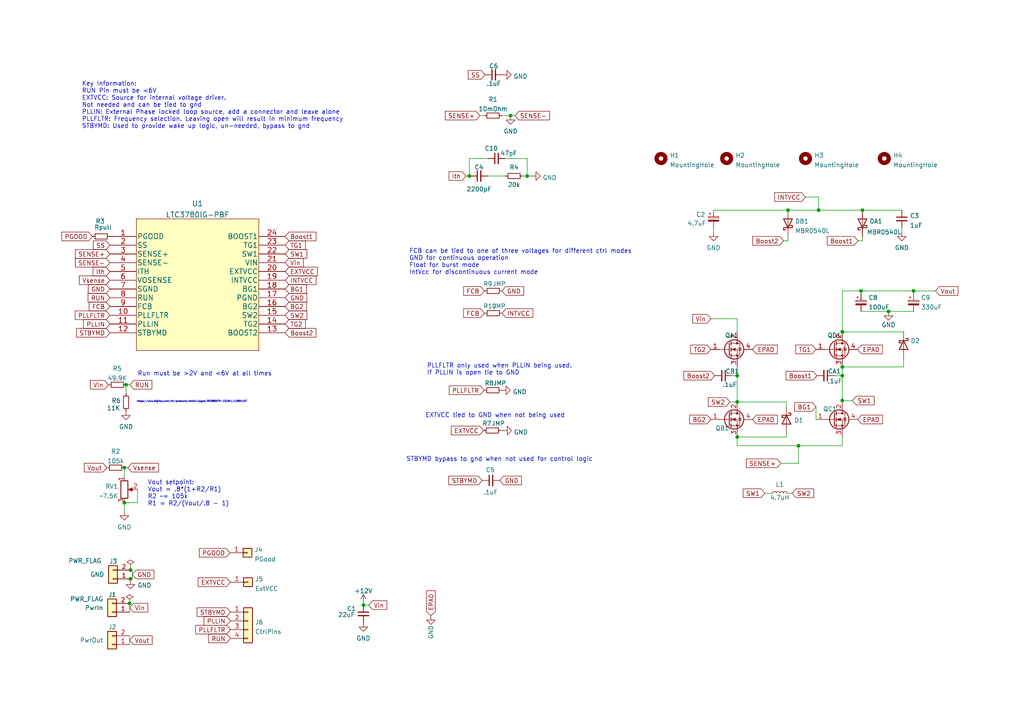
<source format=kicad_sch>
(kicad_sch (version 20211123) (generator eeschema)
  (paper "A4")
  (title_block (title "LTC3780 Audio Amplifier Voltage Regulator") (date "2022-02-27") (rev "V1.1") (company "Boost-Buck Converter for low ripple adjustable input into Audio Amplifier") (comment 1 "Rev1 Link Fets to GND plane for power dissipation"))
  (lib_symbols
    (symbol "Connector_Generic:Conn_01x01" (pin_names (offset 1.016) hide)
      (property "Reference" "J" (at 0 2.54 0))
      (property "Value" "Conn_01x01" (at 0 -2.54 0))
      (symbol "Conn_01x01_1_1"
        (rectangle (start -1.27 0.127) (end 0 -0.127) (stroke (width 0.1524)))
        (rectangle (start -1.27 1.27) (end 1.27 -1.27) (stroke (width 0.254)) (fill (type background)))
        (pin passive line (at -5.08 0 0) (length 3.81) (name "Pin_1") (number "1"))
      )
    )
    (symbol "Connector_Generic:Conn_01x02" (pin_names (offset 1.016) hide)
      (property "Reference" "J" (at 0 2.54 0))
      (property "Value" "Conn_01x02" (at 0 -5.08 0))
      (symbol "Conn_01x02_1_1"
        (rectangle (start -1.27 -2.413) (end 0 -2.667) (stroke (width 0.1524)))
        (rectangle (start -1.27 0.127) (end 0 -0.127) (stroke (width 0.1524)))
        (rectangle (start -1.27 1.27) (end 1.27 -3.81) (stroke (width 0.254)) (fill (type background)))
        (pin passive line (at -5.08 0 0) (length 3.81) (name "Pin_1") (number "1"))
        (pin passive line (at -5.08 -2.54 0) (length 3.81) (name "Pin_2") (number "2"))
      )
    )
    (symbol "Connector_Generic:Conn_01x04" (pin_names (offset 1.016) hide)
      (property "Reference" "J" (at 0 5.08 0))
      (property "Value" "Conn_01x04" (at 0 -7.62 0))
      (symbol "Conn_01x04_1_1"
        (rectangle (start -1.27 -4.953) (end 0 -5.207) (stroke (width 0.1524)))
        (rectangle (start -1.27 -2.413) (end 0 -2.667) (stroke (width 0.1524)))
        (rectangle (start -1.27 0.127) (end 0 -0.127) (stroke (width 0.1524)))
        (rectangle (start -1.27 2.667) (end 0 2.413) (stroke (width 0.1524)))
        (rectangle (start -1.27 3.81) (end 1.27 -6.35) (stroke (width 0.254)) (fill (type background)))
        (pin passive line (at -5.08 2.54 0) (length 3.81) (name "Pin_1") (number "1"))
        (pin passive line (at -5.08 0 0) (length 3.81) (name "Pin_2") (number "2"))
        (pin passive line (at -5.08 -2.54 0) (length 3.81) (name "Pin_3") (number "3"))
        (pin passive line (at -5.08 -5.08 0) (length 3.81) (name "Pin_4") (number "4"))
      )
    )
    (symbol "Custom:LTC3780IG-PBF" (pin_names (offset 0.254))
      (property "Reference" "U" (at 25.4 10.16 0))
      (property "Value" "LTC3780IG-PBF" (at 25.4 7.62 0))
      (symbol "LTC3780IG-PBF_1_1"
        (rectangle (start 7.62 5.08) (end 43.18 -33.02) (stroke (width 0.1524)) (fill (type background)))
        (rectangle (start 10.16 5.08) (end 10.16 5.08) (stroke (width 0.1524)))
        (pin output line (at 0 0 0) (length 7.62) (name "PGOOD") (number "1"))
        (pin unspecified line (at 0 -22.86 0) (length 7.62) (name "PLLFLTR") (number "10"))
        (pin input line (at 0 -25.4 0) (length 7.62) (name "PLLIN") (number "11"))
        (pin unspecified line (at 0 -27.94 0) (length 7.62) (name "STBYMD") (number "12"))
        (pin output line (at 50.8 -27.94 180) (length 7.62) (name "BOOST2") (number "13"))
        (pin output line (at 50.8 -25.4 180) (length 7.62) (name "TG2") (number "14"))
        (pin unspecified line (at 50.8 -22.86 180) (length 7.62) (name "SW2") (number "15"))
        (pin output line (at 50.8 -20.32 180) (length 7.62) (name "BG2") (number "16"))
        (pin power_in line (at 50.8 -17.78 180) (length 7.62) (name "PGND") (number "17"))
        (pin output line (at 50.8 -15.24 180) (length 7.62) (name "BG1") (number "18"))
        (pin output line (at 50.8 -12.7 180) (length 7.62) (name "INTVCC") (number "19"))
        (pin input line (at 0 -2.54 0) (length 7.62) (name "SS") (number "2"))
        (pin input line (at 50.8 -10.16 180) (length 7.62) (name "EXTVCC") (number "20"))
        (pin input line (at 50.8 -7.62 180) (length 7.62) (name "VIN") (number "21"))
        (pin unspecified line (at 50.8 -5.08 180) (length 7.62) (name "SW1") (number "22"))
        (pin output line (at 50.8 -2.54 180) (length 7.62) (name "TG1") (number "23"))
        (pin output line (at 50.8 0 180) (length 7.62) (name "BOOST1") (number "24"))
        (pin input line (at 0 -5.08 0) (length 7.62) (name "SENSE+") (number "3"))
        (pin input line (at 0 -7.62 0) (length 7.62) (name "SENSE-") (number "4"))
        (pin unspecified line (at 0 -10.16 0) (length 7.62) (name "ITH") (number "5"))
        (pin input line (at 0 -12.7 0) (length 7.62) (name "VOSENSE") (number "6"))
        (pin power_in line (at 0 -15.24 0) (length 7.62) (name "SGND") (number "7"))
        (pin input line (at 0 -17.78 0) (length 7.62) (name "RUN") (number "8"))
        (pin input line (at 0 -20.32 0) (length 7.62) (name "FCB") (number "9"))
      )
    )
    (symbol "Custom:Q_NMOS_DGS_THERMAL" (pin_names (offset 0) hide)
      (property "Reference" "QA1" (at -1.016 4.064 0))
      (symbol "Q_NMOS_DGS_THERMAL_0_1"
        (polyline (pts (xy 0.254 0) (xy -2.54 0)))
        (polyline (pts (xy 0.254 1.905) (xy 0.254 -1.905)) (stroke (width 0.254)))
        (polyline (pts (xy 0.762 -1.27) (xy 0.762 -2.286)) (stroke (width 0.254)))
        (polyline (pts (xy 0.762 0.508) (xy 0.762 -0.508)) (stroke (width 0.254)))
        (polyline (pts (xy 0.762 2.286) (xy 0.762 1.27)) (stroke (width 0.254)))
        (polyline (pts (xy 2.54 2.54) (xy 2.54 1.778)))
        (polyline (pts (xy 2.54 -2.54) (xy 2.54 0) (xy 0.762 0)))
        (polyline (pts (xy 0.762 -1.778) (xy 3.302 -1.778) (xy 3.302 1.778) (xy 0.762 1.778)))
        (polyline (pts (xy 1.016 0) (xy 2.032 0.381) (xy 2.032 -0.381) (xy 1.016 0)) (fill (type outline)))
        (polyline (pts (xy 2.794 0.508) (xy 2.921 0.381) (xy 3.683 0.381) (xy 3.81 0.254)))
        (polyline (pts (xy 3.302 0.381) (xy 2.921 -0.254) (xy 3.683 -0.254) (xy 3.302 0.381)))
        (circle (center 1.651 0) (radius 2.794) (stroke (width 0.254)))
        (circle (center 2.54 -1.778) (radius 0.254) (fill (type outline)))
        (circle (center 2.54 1.778) (radius 0.254) (fill (type outline)))
      )
      (symbol "Q_NMOS_DGS_THERMAL_1_1"
        (pin input line (at -5.08 0 0) (length 2.54) (name "G") (number "1"))
        (pin passive line (at 2.54 5.08 270) (length 2.54) (name "D") (number "2"))
        (pin passive line (at 2.54 -5.08 90) (length 2.54) (name "S") (number "3"))
        (pin passive line (at 6.985 0 180) (length 2.54) (name "EPAD") (number "4"))
      )
    )
    (symbol "Device:C_Polarized_Small" (pin_numbers hide) (pin_names (offset 0.254) hide)
      (property "Reference" "C" (at 0.254 1.778 0))
      (property "Value" "C_Polarized_Small" (at 0.254 -2.032 0))
      (symbol "C_Polarized_Small_0_1"
        (rectangle (start -1.524 -0.3048) (end 1.524 -0.6858) (fill (type outline)))
        (rectangle (start -1.524 0.6858) (end 1.524 0.3048))
        (polyline (pts (xy -1.27 1.524) (xy -0.762 1.524)))
        (polyline (pts (xy -1.016 1.27) (xy -1.016 1.778)))
      )
      (symbol "C_Polarized_Small_1_1"
        (pin passive line (at 0 2.54 270) (length 1.8542) (name "~") (number "1"))
        (pin passive line (at 0 -2.54 90) (length 1.8542) (name "~") (number "2"))
      )
    )
    (symbol "Device:C_Small" (pin_numbers hide) (pin_names (offset 0.254) hide)
      (property "Reference" "C" (at 0.254 1.778 0))
      (property "Value" "C_Small" (at 0.254 -2.032 0))
      (symbol "C_Small_0_1"
        (polyline (pts (xy -1.524 -0.508) (xy 1.524 -0.508)) (stroke (width 0.3302)))
        (polyline (pts (xy -1.524 0.508) (xy 1.524 0.508)) (stroke (width 0.3048)))
      )
      (symbol "C_Small_1_1"
        (pin passive line (at 0 2.54 270) (length 2.032) (name "~") (number "1"))
        (pin passive line (at 0 -2.54 90) (length 2.032) (name "~") (number "2"))
      )
    )
    (symbol "Device:D_Schottky" (pin_numbers hide) (pin_names (offset 1.016) hide)
      (property "Reference" "D" (at 0 2.54 0))
      (property "Value" "D_Schottky" (at 0 -2.54 0))
      (symbol "D_Schottky_0_1"
        (polyline (pts (xy 1.27 0) (xy -1.27 0)))
        (polyline (pts (xy 1.27 1.27) (xy 1.27 -1.27) (xy -1.27 0) (xy 1.27 1.27)) (stroke (width 0.254)))
        (polyline (pts (xy -1.905 0.635) (xy -1.905 1.27) (xy -1.27 1.27) (xy -1.27 -1.27) (xy -0.635 -1.27) (xy -0.635 -0.635)) (stroke (width 0.254)))
      )
      (symbol "D_Schottky_1_1"
        (pin passive line (at -3.81 0 0) (length 2.54) (name "K") (number "1"))
        (pin passive line (at 3.81 0 180) (length 2.54) (name "A") (number "2"))
      )
    )
    (symbol "Device:L_Small" (pin_numbers hide) (pin_names (offset 0.254) hide)
      (property "Reference" "L" (at 0.762 1.016 0))
      (property "Value" "L_Small" (at 0.762 -1.016 0))
      (symbol "L_Small_0_1"
        (arc (start 0 -2.032) (mid 0.508 -1.524) (end 0 -1.016))
        (arc (start 0 -1.016) (mid 0.508 -0.508) (end 0 0))
        (arc (start 0 0) (mid 0.508 0.508) (end 0 1.016))
        (arc (start 0 1.016) (mid 0.508 1.524) (end 0 2.032))
      )
      (symbol "L_Small_1_1"
        (pin passive line (at 0 2.54 270) (length 0.508) (name "~") (number "1"))
        (pin passive line (at 0 -2.54 90) (length 0.508) (name "~") (number "2"))
      )
    )
    (symbol "Device:R_Potentiometer" (pin_names (offset 1.016) hide)
      (property "Reference" "RV" (at -4.445 0 90))
      (property "Value" "R_Potentiometer" (at -2.54 0 90))
      (symbol "R_Potentiometer_0_1"
        (polyline (pts (xy 2.54 0) (xy 1.524 0)))
        (polyline (pts (xy 1.143 0) (xy 2.286 0.508) (xy 2.286 -0.508) (xy 1.143 0)) (fill (type outline)))
        (rectangle (start 1.016 2.54) (end -1.016 -2.54) (stroke (width 0.254)))
      )
      (symbol "R_Potentiometer_1_1"
        (pin passive line (at 0 3.81 270) (length 1.27) (name "1") (number "1"))
        (pin passive line (at 3.81 0 180) (length 1.27) (name "2") (number "2"))
        (pin passive line (at 0 -3.81 90) (length 1.27) (name "3") (number "3"))
      )
    )
    (symbol "Device:R_Small" (pin_numbers hide) (pin_names (offset 0.254) hide)
      (property "Reference" "R" (at 0.762 0.508 0))
      (property "Value" "R_Small" (at 0.762 -1.016 0))
      (symbol "R_Small_0_1"
        (rectangle (start -0.762 1.778) (end 0.762 -1.778) (stroke (width 0.2032)))
      )
      (symbol "R_Small_1_1"
        (pin passive line (at 0 2.54 270) (length 0.762) (name "~") (number "1"))
        (pin passive line (at 0 -2.54 90) (length 0.762) (name "~") (number "2"))
      )
    )
    (symbol "Mechanical:MountingHole" (pin_names (offset 1.016))
      (property "Reference" "H" (at 0 5.08 0))
      (property "Value" "MountingHole" (at 0 3.175 0))
      (symbol "MountingHole_0_1"
        (circle (center 0 0) (radius 1.27) (stroke (width 1.27)))
      )
    )
    (symbol "power:+12V" (power) (pin_names (offset 0))
      (property "Value" "+12V" (at 0 3.556 0))
      (symbol "+12V_0_1"
        (polyline (pts (xy -0.762 1.27) (xy 0 2.54)))
        (polyline (pts (xy 0 0) (xy 0 2.54)))
        (polyline (pts (xy 0 2.54) (xy 0.762 1.27)))
      )
      (symbol "+12V_1_1"
        (pin power_in line (at 0 0 90) (length 0) hide (name "+12V") (number "1"))
      )
    )
    (symbol "power:GND" (power) (pin_names (offset 0))
      (property "Value" "GND" (at 0 -3.81 0))
      (symbol "GND_0_1"
        (polyline (pts (xy 0 0) (xy 0 -1.27) (xy 1.27 -1.27) (xy 0 -2.54) (xy -1.27 -1.27) (xy 0 -1.27)))
      )
      (symbol "GND_1_1"
        (pin power_in line (at 0 0 270) (length 0) hide (name "GND") (number "1"))
      )
    )
    (symbol "power:PWR_FLAG" (power) (pin_numbers hide) (pin_names (offset 0) hide)
      (property "Value" "PWR_FLAG" (at 0 3.81 0))
      (symbol "PWR_FLAG_0_0"
        (pin power_out line (at 0 0 90) (length 0) (name "pwr") (number "1"))
      )
      (symbol "PWR_FLAG_0_1"
        (polyline (pts (xy 0 0) (xy 0 1.27) (xy -1.016 1.905) (xy 0 2.54) (xy 1.016 1.905) (xy 0 1.27)))
      )
    )
  )
  (junction (at 37.846 165.354))
  (junction (at 257.7084 90.3224))
  (junction (at 213.8172 126.746))
  (junction (at 152.908 51.054))
  (junction (at 213.8172 108.966))
  (junction (at 244.2972 96.266))
  (junction (at 136.144 51.054))
  (junction (at 148.082 33.528))
  (junction (at 244.2972 116.1796))
  (junction (at 237.4392 60.96))
  (junction (at 244.2972 106.426))
  (junction (at 244.348 96.266))
  (junction (at 105.41 175.514))
  (junction (at 36.068 135.636))
  (junction (at 264.9728 84.3788))
  (junction (at 36.068 145.796))
  (junction (at 213.8172 116.586))
  (junction (at 231.5972 129.286))
  (junction (at 249.7328 84.3788))
  (junction (at 228.5492 60.96))
  (junction (at 250.1392 60.96))
  (junction (at 37.846 167.894))
  (junction (at 37.592 175.006))
  (junction (at 36.5506 111.6076))
  (junction (at 244.2972 108.966))
  (wire (pts (xy 261.5692 66.04) (xy 261.5692 67.31)))
  (wire (pts (xy 262.0772 103.886) (xy 262.0772 106.426)))
  (wire (pts (xy 244.2972 96.266) (xy 244.348 96.266)))
  (wire (pts (xy 206.9592 60.96) (xy 228.5492 60.96)))
  (wire (pts (xy 206.9592 66.04) (xy 206.9592 67.31)))
  (wire (pts (xy 228.092 125.5268) (xy 228.092 126.746)))
  (wire (pts (xy 250.1392 68.58) (xy 250.1392 69.85)))
  (wire (pts (xy 213.8172 108.966) (xy 213.8172 116.586)))
  (wire (pts (xy 236.6772 118.0084) (xy 236.6772 121.666)))
  (wire (pts (xy 105.41 175.514) (xy 106.934 175.514)))
  (wire (pts (xy 231.5972 129.286) (xy 231.5972 134.366)))
  (wire (pts (xy 146.558 45.974) (xy 152.908 45.974)))
  (wire (pts (xy 249.7328 84.3788) (xy 249.7328 85.2424)))
  (wire (pts (xy 37.846 164.9476) (xy 37.846 165.354)))
  (wire (pts (xy 37.846 165.354) (xy 38.354 165.354)))
  (wire (pts (xy 152.908 51.054) (xy 154.178 51.054)))
  (wire (pts (xy 37.592 177.546) (xy 37.592 175.006)))
  (wire (pts (xy 262.0772 106.426) (xy 244.2972 106.426)))
  (wire (pts (xy 213.8172 106.426) (xy 213.8172 108.966)))
  (wire (pts (xy 136.144 45.974) (xy 136.144 51.054)))
  (wire (pts (xy 139.192 33.528) (xy 140.462 33.528)))
  (wire (pts (xy 231.5972 129.286) (xy 244.2972 129.286)))
  (wire (pts (xy 244.348 84.3788) (xy 244.348 96.266)))
  (wire (pts (xy 228.7016 143.0528) (xy 229.7176 143.0528)))
  (wire (pts (xy 212.3948 108.966) (xy 213.8172 108.966)))
  (wire (pts (xy 244.2972 106.426) (xy 244.2972 108.966)))
  (wire (pts (xy 213.8172 126.746) (xy 213.8172 129.286)))
  (wire (pts (xy 228.5492 60.96) (xy 237.4392 60.96)))
  (wire (pts (xy 38.354 165.354) (xy 38.354 167.894)))
  (wire (pts (xy 249.7328 90.3224) (xy 257.7084 90.3224)))
  (wire (pts (xy 244.2972 116.1796) (xy 244.2972 116.586)))
  (wire (pts (xy 249.7328 84.3788) (xy 264.9728 84.3788)))
  (wire (pts (xy 151.638 51.054) (xy 152.908 51.054)))
  (wire (pts (xy 244.2972 108.966) (xy 244.2972 116.1796)))
  (wire (pts (xy 39.878 141.986) (xy 39.878 145.796)))
  (wire (pts (xy 37.084 135.636) (xy 36.068 135.636)))
  (wire (pts (xy 36.068 135.636) (xy 36.068 138.176)))
  (wire (pts (xy 264.9728 85.2424) (xy 264.9728 84.3788)))
  (wire (pts (xy 37.846 168.2496) (xy 37.846 167.894)))
  (wire (pts (xy 37.846 167.894) (xy 38.354 167.894)))
  (wire (pts (xy 264.9728 84.3788) (xy 271.3228 84.3788)))
  (wire (pts (xy 141.478 51.054) (xy 146.558 51.054)))
  (wire (pts (xy 237.4392 60.96) (xy 250.1392 60.96)))
  (wire (pts (xy 244.2972 116.1796) (xy 247.2436 116.1796)))
  (wire (pts (xy 213.8172 116.586) (xy 228.092 116.586)))
  (wire (pts (xy 136.144 51.054) (xy 136.398 51.054)))
  (wire (pts (xy 228.5492 68.58) (xy 228.5492 69.85)))
  (wire (pts (xy 36.068 145.796) (xy 36.068 148.336)))
  (wire (pts (xy 37.6936 111.6076) (xy 36.5506 111.6076)))
  (wire (pts (xy 105.41 175.006) (xy 105.41 175.514)))
  (wire (pts (xy 233.6292 57.15) (xy 237.4392 57.15)))
  (wire (pts (xy 244.348 96.266) (xy 262.0772 96.266)))
  (wire (pts (xy 242.0112 108.966) (xy 244.2972 108.966)))
  (wire (pts (xy 244.2972 126.746) (xy 244.2972 129.286)))
  (wire (pts (xy 250.1392 60.96) (xy 261.5692 60.96)))
  (wire (pts (xy 228.5492 69.85) (xy 227.2792 69.85)))
  (wire (pts (xy 37.592 184.404) (xy 37.592 186.944)))
  (wire (pts (xy 213.8172 126.746) (xy 228.092 126.746)))
  (wire (pts (xy 213.8172 92.456) (xy 213.8172 96.266)))
  (wire (pts (xy 148.082 33.528) (xy 149.352 33.528)))
  (wire (pts (xy 135.128 51.054) (xy 136.144 51.054)))
  (wire (pts (xy 231.5972 134.366) (xy 226.5172 134.366)))
  (wire (pts (xy 145.3388 124.8664) (xy 145.8468 124.8664)))
  (wire (pts (xy 152.908 45.974) (xy 152.908 51.054)))
  (wire (pts (xy 250.1392 69.85) (xy 248.8692 69.85)))
  (wire (pts (xy 145.542 33.528) (xy 148.082 33.528)))
  (wire (pts (xy 221.8436 143.0528) (xy 223.6216 143.0528)))
  (wire (pts (xy 264.9728 90.3224) (xy 257.7084 90.3224)))
  (wire (pts (xy 211.7344 116.586) (xy 213.8172 116.586)))
  (wire (pts (xy 213.8172 129.286) (xy 231.5972 129.286)))
  (wire (pts (xy 228.092 116.586) (xy 228.092 117.9068)))
  (wire (pts (xy 36.5506 111.6076) (xy 36.5506 114.1476)))
  (wire (pts (xy 39.878 145.796) (xy 36.068 145.796)))
  (wire (pts (xy 237.4392 57.15) (xy 237.4392 60.96)))
  (wire (pts (xy 206.1972 92.456) (xy 213.8172 92.456)))
  (wire (pts (xy 244.348 84.3788) (xy 249.7328 84.3788)))
  (wire (pts (xy 141.478 45.974) (xy 136.144 45.974)))
  (text "Key Information:\nRUN Pin must be <6V\nEXTVCC: Source for internal voltage driver. \nNot needed and can be tied to gnd\nPLLIN: External Phase locked loop source, add a connector and leave alone\nPLLFLTR: Frequency selection. Leaving open will result in minimum frequency\nSTBYMD: Used to provide wake up logic, un-needed, bypass to gnd" (at 23.7236 37.4396 0) (effects (font (size 1.27 1.27)) (justify left bottom)))
  (text "EXTVCC tied to GND when not being used" (at 123.3424 121.3104 0) (effects (font (size 1.27 1.27)) (justify left bottom)))
  (text "Run must be >2V and <6V at all times" (at 39.878 109.22 0) (effects (font (size 1.27 1.27)) (justify left bottom)))
  (text "FCB can be tied to one of three voltages for different ctrl modes\nGND for continuous operation\nFloat for burst mode\nIntVcc for discontinuous current mode" (at 118.6688 79.8068 0) (effects (font (size 1.27 1.27)) (justify left bottom)))
  (text "https://www.digikey.com/en/products/detail/yageo/RC0805FR-1310KL/13694107" (at 39.624 116.84 0) (effects (font (size 0.5 0.5)) (justify left bottom)))
  (text "Vout setpoint:\nVout = .8*(1+R2/R1)\nR2 ~= 105k\nR1 = R2/(Vout/.8 - 1)" (at 42.8244 146.9136 0) (effects (font (size 1.27 1.27)) (justify left bottom)))
  (text "PLLFLTR only used when PLLIN being used.\nIf PLLIN is open tie to GND" (at 123.7996 108.966 0) (effects (font (size 1.27 1.27)) (justify left bottom)))
  (text "STBYMD bypass to gnd when not used for control logic" (at 117.8052 134.0104 0) (effects (font (size 1.27 1.27)) (justify left bottom)))
  (global_label "BG2" (shape input) (at 82.7024 88.9 0) (property "Intersheet References" "${INTERSHEET_REFS}" (effects hide)))
  (global_label "Vout" (shape input) (at 271.3228 84.3788 0) (property "Intersheet References" "${INTERSHEET_REFS}" (effects hide)))
  (global_label "SW2" (shape input) (at 82.7024 91.44 0) (property "Intersheet References" "${INTERSHEET_REFS}" (effects hide)))
  (global_label "BG1" (shape input) (at 236.6772 118.0084 180) (property "Intersheet References" "${INTERSHEET_REFS}" (effects hide)))
  (global_label "Vout" (shape input) (at 37.592 185.674 0) (property "Intersheet References" "${INTERSHEET_REFS}" (effects hide)))
  (global_label "Ith" (shape input) (at 31.9024 78.74 180) (property "Intersheet References" "${INTERSHEET_REFS}" (effects hide)))
  (global_label "Vsense" (shape input) (at 37.084 135.636 0) (property "Intersheet References" "${INTERSHEET_REFS}" (effects hide)))
  (global_label "SW1" (shape input) (at 82.7024 73.66 0) (property "Intersheet References" "${INTERSHEET_REFS}" (effects hide)))
  (global_label "SS" (shape input) (at 140.6652 21.6916 180) (property "Intersheet References" "${INTERSHEET_REFS}" (effects hide)))
  (global_label "PLLFLTR" (shape input) (at 140.4112 113.1824 180) (property "Intersheet References" "${INTERSHEET_REFS}" (effects hide)))
  (global_label "SW2" (shape input) (at 211.7344 116.586 180) (property "Intersheet References" "${INTERSHEET_REFS}" (effects hide)))
  (global_label "PLLIN" (shape input) (at 31.9024 93.98 180) (property "Intersheet References" "${INTERSHEET_REFS}" (effects hide)))
  (global_label "RUN" (shape input) (at 31.9024 86.36 180) (property "Intersheet References" "${INTERSHEET_REFS}" (effects hide)))
  (global_label "PLLFLTR" (shape input) (at 66.8528 182.626 180) (property "Intersheet References" "${INTERSHEET_REFS}" (effects hide)))
  (global_label "Boost2" (shape input) (at 82.7024 96.52 0) (property "Intersheet References" "${INTERSHEET_REFS}" (effects hide)))
  (global_label "EPAD" (shape input) (at 124.968 178.562 90) (property "Intersheet References" "${INTERSHEET_REFS}" (effects hide)))
  (global_label "Vout" (shape input) (at 30.988 135.636 180) (property "Intersheet References" "${INTERSHEET_REFS}" (effects hide)))
  (global_label "Ith" (shape input) (at 135.128 51.054 180) (property "Intersheet References" "${INTERSHEET_REFS}" (effects hide)))
  (global_label "TG1" (shape input) (at 236.6772 101.346 180) (property "Intersheet References" "${INTERSHEET_REFS}" (effects hide)))
  (global_label "INTVCC" (shape input) (at 145.5928 90.8304 0) (property "Intersheet References" "${INTERSHEET_REFS}" (effects hide)))
  (global_label "PLLIN" (shape input) (at 66.8528 180.086 180) (property "Intersheet References" "${INTERSHEET_REFS}" (effects hide)))
  (global_label "TG2" (shape input) (at 206.1972 101.346 180) (property "Intersheet References" "${INTERSHEET_REFS}" (effects hide)))
  (global_label "INTVCC" (shape input) (at 82.7024 81.28 0) (property "Intersheet References" "${INTERSHEET_REFS}" (effects hide)))
  (global_label "Boost2" (shape input) (at 227.2792 69.85 180) (property "Intersheet References" "${INTERSHEET_REFS}" (effects hide)))
  (global_label "EXTVCC" (shape input) (at 82.7024 78.74 0) (property "Intersheet References" "${INTERSHEET_REFS}" (effects hide)))
  (global_label "EXTVCC" (shape input) (at 66.8528 168.8592 180) (property "Intersheet References" "${INTERSHEET_REFS}" (effects hide)))
  (global_label "FCB" (shape input) (at 31.9024 88.9 180) (property "Intersheet References" "${INTERSHEET_REFS}" (effects hide)))
  (global_label "Boost1" (shape input) (at 82.7024 68.58 0) (property "Intersheet References" "${INTERSHEET_REFS}" (effects hide)))
  (global_label "SENSE-" (shape input) (at 31.9024 76.2 180) (property "Intersheet References" "${INTERSHEET_REFS}" (effects hide)))
  (global_label "Vin" (shape input) (at 37.592 176.276 0) (property "Intersheet References" "${INTERSHEET_REFS}" (effects hide)))
  (global_label "EPAD" (shape input) (at 218.2622 121.666 0) (property "Intersheet References" "${INTERSHEET_REFS}" (effects hide)))
  (global_label "SW1" (shape input) (at 221.8436 143.0528 180) (property "Intersheet References" "${INTERSHEET_REFS}" (effects hide)))
  (global_label "Boost1" (shape input) (at 236.9312 108.966 180) (property "Intersheet References" "${INTERSHEET_REFS}" (effects hide)))
  (global_label "Vsense" (shape input) (at 31.9024 81.28 180) (property "Intersheet References" "${INTERSHEET_REFS}" (effects hide)))
  (global_label "PLLFLTR" (shape input) (at 31.9024 91.44 180) (property "Intersheet References" "${INTERSHEET_REFS}" (effects hide)))
  (global_label "INTVCC" (shape input) (at 233.6292 57.15 180) (property "Intersheet References" "${INTERSHEET_REFS}" (effects hide)))
  (global_label "Boost2" (shape input) (at 207.3148 108.966 180) (property "Intersheet References" "${INTERSHEET_REFS}" (effects hide)))
  (global_label "Vin" (shape input) (at 106.934 175.514 0) (property "Intersheet References" "${INTERSHEET_REFS}" (effects hide)))
  (global_label "FCB" (shape input) (at 140.5128 90.8304 180) (property "Intersheet References" "${INTERSHEET_REFS}" (effects hide)))
  (global_label "RUN" (shape input) (at 66.8528 185.166 180) (property "Intersheet References" "${INTERSHEET_REFS}" (effects hide)))
  (global_label "SENSE-" (shape input) (at 149.352 33.528 0) (property "Intersheet References" "${INTERSHEET_REFS}" (effects hide)))
  (global_label "FCB" (shape input) (at 140.5128 84.3788 180) (property "Intersheet References" "${INTERSHEET_REFS}" (effects hide)))
  (global_label "STBYMD" (shape input) (at 31.9024 96.52 180) (property "Intersheet References" "${INTERSHEET_REFS}" (effects hide)))
  (global_label "SS" (shape input) (at 31.9024 71.12 180) (property "Intersheet References" "${INTERSHEET_REFS}" (effects hide)))
  (global_label "TG2" (shape input) (at 82.7024 93.98 0) (property "Intersheet References" "${INTERSHEET_REFS}" (effects hide)))
  (global_label "GND" (shape input) (at 82.7024 86.36 0) (property "Intersheet References" "${INTERSHEET_REFS}" (effects hide)))
  (global_label "TG1" (shape input) (at 82.7024 71.12 0) (property "Intersheet References" "${INTERSHEET_REFS}" (effects hide)))
  (global_label "EPAD" (shape input) (at 218.2622 101.346 0) (property "Intersheet References" "${INTERSHEET_REFS}" (effects hide)))
  (global_label "BG2" (shape input) (at 206.1972 121.666 180) (property "Intersheet References" "${INTERSHEET_REFS}" (effects hide)))
  (global_label "STBYMD" (shape input) (at 66.8528 177.546 180) (property "Intersheet References" "${INTERSHEET_REFS}" (effects hide)))
  (global_label "Vin" (shape input) (at 31.4706 111.6076 180) (property "Intersheet References" "${INTERSHEET_REFS}" (effects hide)))
  (global_label "BG1" (shape input) (at 82.7024 83.82 0) (property "Intersheet References" "${INTERSHEET_REFS}" (effects hide)))
  (global_label "EPAD" (shape input) (at 248.7422 101.346 0) (property "Intersheet References" "${INTERSHEET_REFS}" (effects hide)))
  (global_label "STBYMD" (shape input) (at 139.8524 139.3444 180) (property "Intersheet References" "${INTERSHEET_REFS}" (effects hide)))
  (global_label "SENSE+" (shape input) (at 31.9024 73.66 180) (property "Intersheet References" "${INTERSHEET_REFS}" (effects hide)))
  (global_label "EPAD" (shape input) (at 248.7422 121.666 0) (property "Intersheet References" "${INTERSHEET_REFS}" (effects hide)))
  (global_label "PGOOD" (shape input) (at 26.8224 68.58 180) (property "Intersheet References" "${INTERSHEET_REFS}" (effects hide)))
  (global_label "Vin" (shape input) (at 206.1972 92.456 180) (property "Intersheet References" "${INTERSHEET_REFS}" (effects hide)))
  (global_label "RUN" (shape input) (at 37.6936 111.6076 0) (property "Intersheet References" "${INTERSHEET_REFS}" (effects hide)))
  (global_label "SW1" (shape input) (at 247.2436 116.1796 0) (property "Intersheet References" "${INTERSHEET_REFS}" (effects hide)))
  (global_label "Boost1" (shape input) (at 248.8692 69.85 180) (property "Intersheet References" "${INTERSHEET_REFS}" (effects hide)))
  (global_label "Vin" (shape input) (at 82.7024 76.2 0) (property "Intersheet References" "${INTERSHEET_REFS}" (effects hide)))
  (global_label "SENSE+" (shape input) (at 226.5172 134.366 180) (property "Intersheet References" "${INTERSHEET_REFS}" (effects hide)))
  (global_label "GND" (shape input) (at 145.5928 84.3788 0) (property "Intersheet References" "${INTERSHEET_REFS}" (effects hide)))
  (global_label "GND" (shape input) (at 31.9024 83.82 180) (property "Intersheet References" "${INTERSHEET_REFS}" (effects hide)))
  (global_label "GND" (shape input) (at 38.354 166.624 0) (property "Intersheet References" "${INTERSHEET_REFS}" (effects hide)))
  (global_label "PGOOD" (shape input) (at 66.7004 160.3248 180) (property "Intersheet References" "${INTERSHEET_REFS}" (effects hide)))
  (global_label "SENSE+" (shape input) (at 139.192 33.528 180) (property "Intersheet References" "${INTERSHEET_REFS}" (effects hide)))
  (global_label "EXTVCC" (shape input) (at 140.2588 124.8664 180) (property "Intersheet References" "${INTERSHEET_REFS}" (effects hide)))
  (global_label "GND" (shape input) (at 144.9324 139.3444 0) (property "Intersheet References" "${INTERSHEET_REFS}" (effects hide)))
  (global_label "SW2" (shape input) (at 229.7176 143.0528 0) (property "Intersheet References" "${INTERSHEET_REFS}" (effects hide)))
  (symbol (lib_id "Device:R_Small") (at 36.5506 116.6876 0) (unit 1)
    (property "Reference" "R6" (at 32.3596 116.1796 0) (effects (justify left)))
    (property "Value" "11K" (at 30.988 118.364 0) (effects (justify left)))
    (property "Footprint" "Resistor_SMD:R_0805_2012Metric_Pad1.20x1.40mm_HandSolder" (effects hide))
  )
  (symbol (lib_id "Custom:Q_NMOS_DGS_THERMAL") (at 241.7572 121.666 0) (unit 1)
    (property "Reference" "QC1" (at 238.7092 118.618 0) (effects (justify left)))
    (property "Value" "RX3G07CGNC16" (effects hide))
    (property "Footprint" "Custom:TO-220-3_Horizontal_TabDown_Thermal" (effects hide))
  )
  (symbol (lib_id "Device:R_Small") (at 143.002 33.528 90) (unit 1)
    (property "Reference" "R1" (at 143.002 28.8249 90))
    (property "Value" "10mOhm" (at 143.002 31.6 90))
    (property "Footprint" "Resistor_SMD:R_0402_1005Metric_Pad0.72x0.64mm_HandSolder" (effects hide))
  )
  (symbol (lib_id "Connector_Generic:Conn_01x04") (at 71.9328 180.086 0) (unit 1)
    (property "Reference" "J6" (at 73.9648 180.4475 0) (effects (justify left)))
    (property "Value" "CtrlPins" (at 73.9648 183.2226 0) (effects (justify left)))
    (property "Footprint" "Connector_PinSocket_2.54mm:PinSocket_1x04_P2.54mm_Vertical" (effects hide))
  )
  (symbol (lib_id "power:GND") (at 154.178 51.054 90) (unit 1)
    (property "Reference" "#PWR0105" (effects hide))
    (property "Value" "GND" (at 157.353 51.533 90) (effects (justify right)))
  )
  (symbol (lib_id "power:GND") (at 145.8468 124.8664 90) (unit 1)
    (property "Reference" "#PWR0106" (effects hide))
    (property "Value" "GND" (at 149.0218 125.3454 90) (effects (justify right)))
  )
  (symbol (lib_id "Device:R_Potentiometer") (at 36.068 141.986 0) (unit 1)
    (property "Reference" "RV1" (at 34.29 141.0775 0) (effects (justify right)))
    (property "Value" "~7.5K" (at 34.29 143.8526 0) (effects (justify right)))
    (property "Footprint" "Potentiometer_Imported:CT-6EW" (effects hide))
  )
  (symbol (lib_id "Custom:LTC3780IG-PBF") (at 31.9024 68.58 0) (unit 1)
    (property "Reference" "U1" (at 57.3024 59.0199 0) (effects (font (size 1.524 1.524))))
    (property "Value" "LTC3780IG-PBF" (at 57.3024 62.2989 0) (effects (font (size 1.524 1.524))))
    (property "Footprint" "Imported:LTC3780IG-PBF" (effects hide))
  )
  (symbol (lib_id "power:GND") (at 145.4912 113.1824 90) (unit 1)
    (property "Reference" "#PWR0109" (effects hide))
    (property "Value" "GND" (at 148.6662 113.6614 90) (effects (justify right)))
  )
  (symbol (lib_id "power:PWR_FLAG") (at 37.846 164.9476 0) (unit 1)
    (property "Reference" "#FLG0101" (effects hide))
    (property "Value" "PWR_FLAG" (at 19.812 162.6616 0) (effects (justify left)))
  )
  (symbol (lib_id "Custom:Q_NMOS_DGS_THERMAL") (at 241.7572 101.346 0) (unit 1)
    (property "Reference" "QD1" (at 239.9792 97.282 0) (effects (justify left)))
    (property "Value" "RX3G07CGNC16" (effects hide))
    (property "Footprint" "Custom:TO-220-3_Horizontal_TabDown_Thermal" (effects hide))
  )
  (symbol (lib_id "Device:R_Small") (at 142.9512 113.1824 270) (unit 1)
    (property "Reference" "R8" (at 140.5382 111.1504 90) (effects (justify left)))
    (property "Value" "JMP" (at 142.9512 111.1504 90) (effects (justify left)))
    (property "Footprint" "Resistor_SMD:R_0805_2012Metric_Pad1.20x1.40mm_HandSolder" (effects hide))
  )
  (symbol (lib_id "Device:C_Polarized_Small") (at 249.7328 87.7824 0) (unit 1)
    (property "Reference" "C8" (at 251.8918 86.3278 0) (effects (justify left)))
    (property "Value" "100uF" (at 251.8918 89.1029 0) (effects (justify left)))
    (property "Footprint" "Capacitor_THT:CP_Radial_D8.0mm_P3.50mm" (effects hide))
  )
  (symbol (lib_id "Device:C_Small") (at 138.938 51.054 90) (unit 1)
    (property "Reference" "C4" (at 138.938 48.514 90))
    (property "Value" "2200pF" (at 138.938 54.864 90))
    (property "Footprint" "Capacitor_SMD:C_0805_2012Metric_Pad1.18x1.45mm_HandSolder" (effects hide))
  )
  (symbol (lib_id "Custom:Q_NMOS_DGS_THERMAL") (at 211.2772 121.666 0) (unit 1)
    (property "Reference" "QB1" (at 207.4672 124.206 0) (effects (justify left)))
    (property "Value" "RX3G07CGNC16" (effects hide))
    (property "Footprint" "Custom:TO-220-3_Horizontal_TabDown_Thermal" (effects hide))
  )
  (symbol (lib_id "Connector_Generic:Conn_01x02") (at 32.512 186.944 180) (unit 1)
    (property "Reference" "J2" (at 33.782 181.864 0) (effects (justify left)))
    (property "Value" "PwrOut" (at 29.972 185.674 0) (effects (justify left)))
    (property "Footprint" "Custom:PinHeader_1x02_P2.54mm_Horizontal" (effects hide))
  )
  (symbol (lib_id "power:GND") (at 37.846 168.2496 0) (unit 1)
    (property "Reference" "#PWR0111" (effects hide))
    (property "Value" "GND" (at 41.91 169.7736 0))
  )
  (symbol (lib_id "power:PWR_FLAG") (at 37.592 175.006 0) (unit 1)
    (property "Reference" "#FLG0102" (effects hide))
    (property "Value" "PWR_FLAG" (at 20.32 173.736 0) (effects (justify left)))
  )
  (symbol (lib_id "Device:R_Small") (at 142.7988 124.8664 270) (unit 1)
    (property "Reference" "R7" (at 139.8778 122.8344 90) (effects (justify left)))
    (property "Value" "JMP" (at 142.5448 122.8344 90) (effects (justify left)))
    (property "Footprint" "Resistor_SMD:R_0805_2012Metric_Pad1.20x1.40mm_HandSolder" (effects hide))
  )
  (symbol (lib_id "Device:R_Small") (at 33.528 135.636 90) (unit 1)
    (property "Reference" "R2" (at 33.528 130.9329 90))
    (property "Value" "105k" (at 33.528 133.708 90))
    (property "Footprint" "Resistor_SMD:R_1206_3216Metric_Pad1.30x1.75mm_HandSolder" (effects hide))
  )
  (symbol (lib_id "Device:R_Small") (at 34.0106 111.6076 90) (unit 1)
    (property "Reference" "R5" (at 34.0106 106.9045 90))
    (property "Value" "49.9K" (at 34.0106 109.6796 90))
    (property "Footprint" "Resistor_SMD:R_0805_2012Metric_Pad1.20x1.40mm_HandSolder" (effects hide))
  )
  (symbol (lib_id "Device:R_Small") (at 143.0528 84.3788 270) (unit 1)
    (property "Reference" "R9" (at 140.1318 82.3468 90) (effects (justify left)))
    (property "Value" "JMP" (at 142.7988 82.3468 90) (effects (justify left)))
    (property "Footprint" "Resistor_SMD:R_0805_2012Metric_Pad1.20x1.40mm_HandSolder" (effects hide))
  )
  (symbol (lib_id "Device:R_Small") (at 29.3624 68.58 90) (unit 1)
    (property "Reference" "R3" (at 30.4292 64.1604 90) (effects (justify left)))
    (property "Value" "Rpull" (at 32.4612 65.9384 90) (effects (justify left)))
    (property "Footprint" "Resistor_SMD:R_0805_2012Metric_Pad1.20x1.40mm_HandSolder" (effects hide))
  )
  (symbol (lib_id "Mechanical:MountingHole") (at 233.6292 45.974 0) (unit 1)
    (property "Reference" "H3" (at 236.1692 45.0655 0) (effects (justify left)))
    (property "Value" "MountingHole" (at 236.1692 47.8406 0) (effects (justify left)))
    (property "Footprint" "MountingHole:MountingHole_2.5mm" (effects hide))
  )
  (symbol (lib_id "Device:R_Small") (at 143.0528 90.8304 270) (unit 1)
    (property "Reference" "R10" (at 140.1318 88.7984 90) (effects (justify left)))
    (property "Value" "JMP" (at 142.7988 88.7984 90) (effects (justify left)))
    (property "Footprint" "Resistor_SMD:R_0805_2012Metric_Pad1.20x1.40mm_HandSolder" (effects hide))
  )
  (symbol (lib_id "power:GND") (at 105.41 180.594 0) (unit 1)
    (property "Reference" "#PWR0112" (effects hide))
    (property "Value" "GND" (at 105.41 185.1565 0))
  )
  (symbol (lib_id "power:GND") (at 206.9592 67.31 0) (unit 1)
    (property "Reference" "#PWR0108" (effects hide))
    (property "Value" "GND" (at 206.9592 71.8725 0))
  )
  (symbol (lib_id "power:GND") (at 145.7452 21.6916 90) (unit 1)
    (property "Reference" "#PWR0101" (effects hide))
    (property "Value" "GND" (at 148.9202 22.1706 90) (effects (justify right)))
  )
  (symbol (lib_id "power:GND") (at 148.082 33.528 0) (unit 1)
    (property "Reference" "#PWR0104" (effects hide))
    (property "Value" "GND" (at 148.082 38.0905 0))
  )
  (symbol (lib_id "power:+12V") (at 105.41 175.006 0) (unit 1)
    (property "Reference" "#PWR0110" (effects hide))
    (property "Value" "+12V" (at 105.41 171.4015 0))
  )
  (symbol (lib_id "Device:D_Schottky") (at 262.0772 100.076 270) (unit 1)
    (property "Reference" "D2" (at 264.1092 98.85 90) (effects (justify left)))
    (property "Value" "SS32-E3" (effects hide))
    (property "Footprint" "Diode_SMD:D_MELF_Handsoldering" (effects hide))
  )
  (symbol (lib_id "Device:D_Schottky") (at 228.5492 64.77 90) (unit 1)
    (property "Reference" "DB1" (at 230.5812 64.179 90) (effects (justify right)))
    (property "Value" "MBR0540L" (at 230.5812 66.9541 90) (effects (justify right)))
    (property "Footprint" "Diode_SMD:D_SOD-123" (effects hide))
  )
  (symbol (lib_id "Device:C_Small") (at 105.41 178.054 0) (unit 1)
    (property "Reference" "C1" (at 100.584 176.53 0) (effects (justify left)))
    (property "Value" "22uF" (at 98.044 178.308 0) (effects (justify left)))
    (property "Footprint" "Capacitor_SMD:C_1206_3216Metric_Pad1.33x1.80mm_HandSolder" (effects hide))
  )
  (symbol (lib_id "Connector_Generic:Conn_01x01") (at 71.7804 160.3248 0) (unit 1)
    (property "Reference" "J4" (at 73.8124 159.4163 0) (effects (justify left)))
    (property "Value" "PGood" (at 73.8124 162.1914 0) (effects (justify left)))
    (property "Footprint" "Connector_PinSocket_2.54mm:PinSocket_1x01_P2.54mm_Vertical" (effects hide))
  )
  (symbol (lib_id "Device:C_Small") (at 144.018 45.974 90) (unit 1)
    (property "Reference" "C10" (at 142.494 43.053 90))
    (property "Value" "47pF" (at 147.574 44.45 90))
    (property "Footprint" "Capacitor_SMD:C_0603_1608Metric_Pad1.08x0.95mm_HandSolder" (effects hide))
  )
  (symbol (lib_id "Device:D_Schottky") (at 250.1392 64.77 90) (unit 1)
    (property "Reference" "DA1" (at 252.1712 64.179 90) (effects (justify right)))
    (property "Value" "MBR0540L" (at 251.4092 67.31 90) (effects (justify right)))
    (property "Footprint" "Diode_SMD:D_SOD-123" (effects hide))
  )
  (symbol (lib_id "Device:C_Small") (at 143.2052 21.6916 90) (unit 1)
    (property "Reference" "C6" (at 143.2052 19.1516 90))
    (property "Value" ".1uF" (at 143.2052 24.2316 90))
    (property "Footprint" "Capacitor_SMD:C_0603_1608Metric_Pad1.08x0.95mm_HandSolder" (effects hide))
  )
  (symbol (lib_id "power:GND") (at 36.5506 119.2276 0) (unit 1)
    (property "Reference" "#PWR0114" (effects hide))
    (property "Value" "GND" (at 36.5506 123.7901 0))
  )
  (symbol (lib_id "Device:C_Small") (at 209.8548 108.966 270) (unit 1)
    (property "Reference" "CB1" (at 212.3948 107.696 90))
    (property "Value" ".1uF" (at 211.6328 111.5568 90))
    (property "Footprint" "Capacitor_SMD:C_0603_1608Metric_Pad1.08x0.95mm_HandSolder" (effects hide))
  )
  (symbol (lib_id "Device:C_Small") (at 239.4712 108.966 270) (unit 1)
    (property "Reference" "CA1" (at 242.0112 107.696 90))
    (property "Value" ".1uF" (at 242.1636 110.5408 90))
    (property "Footprint" "Capacitor_SMD:C_0603_1608Metric_Pad1.08x0.95mm_HandSolder" (effects hide))
  )
  (symbol (lib_id "power:GND") (at 257.7084 90.3224 0) (unit 1)
    (property "Reference" "#PWR0103" (effects hide))
    (property "Value" "GND" (at 257.7084 94.234 0))
  )
  (symbol (lib_id "power:GND") (at 124.968 178.562 0) (unit 1)
    (property "Reference" "#PWR0113" (effects hide))
    (property "Value" "GND" (at 124.968 185.42 90) (effects (justify left)))
  )
  (symbol (lib_id "Device:L_Small") (at 226.1616 143.0528 90) (unit 1)
    (property "Reference" "L1" (at 226.1616 140.5128 90))
    (property "Value" "4.7uH" (at 226.1616 144.3228 90))
    (property "Footprint" "Inductor_Coilcraft:L_12x12mm_H8mm" (effects hide))
  )
  (symbol (lib_id "power:GND") (at 261.5692 67.31 0) (unit 1)
    (property "Reference" "#PWR0102" (effects hide))
    (property "Value" "GND" (at 261.5692 71.8725 0))
  )
  (symbol (lib_id "Connector_Generic:Conn_01x02") (at 32.512 177.546 180) (unit 1)
    (property "Reference" "J1" (at 33.782 172.466 0) (effects (justify left)))
    (property "Value" "PwrIn" (at 29.972 176.276 0) (effects (justify left)))
    (property "Footprint" "Custom:PinHeader_1x02_P2.54mm_Horizontal" (effects hide))
  )
  (symbol (lib_id "Connector_Generic:Conn_01x02") (at 32.766 167.894 180) (unit 1)
    (property "Reference" "J3" (at 34.036 162.814 0) (effects (justify left)))
    (property "Value" "GND" (at 30.226 166.624 0) (effects (justify left)))
    (property "Footprint" "Custom:PinHeader_1x02_P2.54mm_Horizontal" (effects hide))
  )
  (symbol (lib_id "Device:C_Polarized_Small") (at 264.9728 87.7824 0) (unit 1)
    (property "Reference" "C9" (at 267.1318 86.3278 0) (effects (justify left)))
    (property "Value" "330uF" (at 267.1318 89.1029 0) (effects (justify left)))
    (property "Footprint" "Capacitor_THT:CP_Radial_D10.0mm_P5.00mm" (effects hide))
  )
  (symbol (lib_id "Mechanical:MountingHole") (at 210.7692 45.974 0) (unit 1)
    (property "Reference" "H2" (at 213.3092 45.0655 0) (effects (justify left)))
    (property "Value" "MountingHole" (at 213.3092 47.8406 0) (effects (justify left)))
    (property "Footprint" "MountingHole:MountingHole_2.5mm" (effects hide))
  )
  (symbol (lib_id "Device:C_Small") (at 142.3924 139.3444 90) (unit 1)
    (property "Reference" "C5" (at 143.5354 136.2964 90) (effects (justify left)))
    (property "Value" ".1uF" (at 144.4244 142.7734 90) (effects (justify left)))
    (property "Footprint" "Capacitor_SMD:C_0603_1608Metric_Pad1.08x0.95mm_HandSolder" (effects hide))
  )
  (symbol (lib_id "Custom:Q_NMOS_DGS_THERMAL") (at 211.2772 101.346 0) (unit 1)
    (property "Reference" "QA1" (at 210.2612 97.282 0) (effects (justify left)))
    (property "Value" "RX3G07CGNC16" (effects hide))
    (property "Footprint" "Custom:TO-220-3_Horizontal_TabDown_Thermal" (effects hide))
  )
  (symbol (lib_id "Device:D_Schottky") (at 228.092 121.7168 270) (unit 1)
    (property "Reference" "D1" (at 230.3272 121.92 90) (effects (justify left)))
    (property "Value" "SS34-E3" (effects hide))
    (property "Footprint" "Diode_SMD:D_MELF_Handsoldering" (effects hide))
  )
  (symbol (lib_id "Device:C_Polarized_Small") (at 206.9592 63.5 0) (unit 1)
    (property "Reference" "C2" (at 201.8792 62.23 0) (effects (justify left)))
    (property "Value" "4.7uF" (at 199.3392 64.77 0) (effects (justify left)))
    (property "Footprint" "Capacitor_SMD:C_0805_2012Metric_Pad1.18x1.45mm_HandSolder" (effects hide))
  )
  (symbol (lib_id "Connector_Generic:Conn_01x01") (at 71.9328 168.8592 0) (unit 1)
    (property "Reference" "J5" (at 73.9648 167.9507 0) (effects (justify left)))
    (property "Value" "ExtVCC" (at 73.9648 170.7258 0) (effects (justify left)))
    (property "Footprint" "Connector_PinSocket_2.54mm:PinSocket_1x01_P2.54mm_Vertical" (effects hide))
  )
  (symbol (lib_id "Mechanical:MountingHole") (at 191.7192 45.974 0) (unit 1)
    (property "Reference" "H1" (at 194.2592 45.0655 0) (effects (justify left)))
    (property "Value" "MountingHole" (at 194.2592 47.8406 0) (effects (justify left)))
    (property "Footprint" "MountingHole:MountingHole_2.5mm" (effects hide))
  )
  (symbol (lib_id "Mechanical:MountingHole") (at 256.4892 45.974 0) (unit 1)
    (property "Reference" "H4" (at 259.0292 45.0655 0) (effects (justify left)))
    (property "Value" "MountingHole" (at 259.0292 47.8406 0) (effects (justify left)))
    (property "Footprint" "MountingHole:MountingHole_2.5mm" (effects hide))
  )
  (symbol (lib_id "Device:C_Small") (at 261.5692 63.5 0) (unit 1)
    (property "Reference" "C3" (at 263.8933 62.5978 0) (effects (justify left)))
    (property "Value" "1uF" (at 263.8933 65.3729 0) (effects (justify left)))
    (property "Footprint" "Capacitor_SMD:C_1206_3216Metric_Pad1.33x1.80mm_HandSolder" (effects hide))
  )
  (symbol (lib_id "power:GND") (at 36.068 148.336 0) (unit 1)
    (property "Reference" "#PWR0107" (effects hide))
    (property "Value" "GND" (at 36.068 152.8985 0))
  )
  (symbol (lib_id "Device:R_Small") (at 149.098 51.054 270) (unit 1)
    (property "Reference" "R4" (at 149.098 48.514 90))
    (property "Value" "20k" (at 149.098 53.594 90))
    (property "Footprint" "Resistor_SMD:R_1206_3216Metric_Pad1.30x1.75mm_HandSolder" (effects hide))
  )
)
</source>
